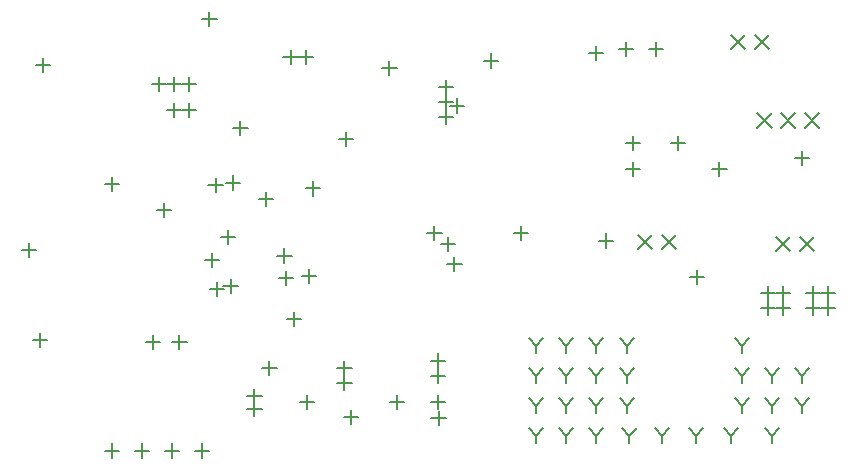
<source format=gbr>
G04 DipTrace 3.2.0.0*
G04 Science_board_v2_Plated_Through.gbr*
%MOMM*%
G04 #@! TF.FileFunction,Plated,1,2,PTH,Drill*
G04 #@! TF.Part,Single*
G04 Drill Symbols*
G04 D=0.4 - Cross*
G04 D=0.7 - X*
G04 D=0.8 - Y*
G04 D=1.1 - T*
G04 D=3 - V*
%ADD10C,0.2*%
%FSLAX35Y35*%
G04*
G71*
G90*
G75*
G01*
X6385250Y3774750D2*
D10*
X6505250Y3654750D1*
Y3774750D2*
X6385250Y3654750D1*
X6585250Y3774750D2*
X6705250Y3654750D1*
Y3774750D2*
X6585250Y3654750D1*
X5596867Y2078013D2*
X5716867Y1958013D1*
Y2078013D2*
X5596867Y1958013D1*
X5796867Y2078013D2*
X5916867Y1958013D1*
Y2078013D2*
X5796867Y1958013D1*
X6766250Y2060250D2*
X6886250Y1940250D1*
Y2060250D2*
X6766250Y1940250D1*
X6966250Y2060250D2*
X7086250Y1940250D1*
Y2060250D2*
X6966250Y1940250D1*
X6607500Y3108000D2*
X6727500Y2988000D1*
Y3108000D2*
X6607500Y2988000D1*
X6807500Y3108000D2*
X6927500Y2988000D1*
Y3108000D2*
X6807500Y2988000D1*
X7007500Y3108000D2*
X7127500Y2988000D1*
Y3108000D2*
X7007500Y2988000D1*
X5323697Y2092000D2*
Y1972000D1*
X5263697Y2032000D2*
X5383697D1*
X4603750Y2155500D2*
Y2035500D1*
X4543750Y2095500D2*
X4663750D1*
X3873500Y2155500D2*
Y2035500D1*
X3813500Y2095500D2*
X3933500D1*
X531853Y1249440D2*
Y1129440D1*
X471853Y1189440D2*
X591853D1*
X6094573Y1781613D2*
Y1661613D1*
X6034573Y1721613D2*
X6154573D1*
X1988750Y1930000D2*
Y1810000D1*
X1928750Y1870000D2*
X2048750D1*
X2020500Y2565000D2*
Y2445000D1*
X1960500Y2505000D2*
X2080500D1*
X2147500Y1707750D2*
Y1587750D1*
X2087500Y1647750D2*
X2207500D1*
X2808707Y1789840D2*
Y1669840D1*
X2748707Y1729840D2*
X2868707D1*
X1671250Y3418760D2*
Y3298760D1*
X1611250Y3358760D2*
X1731250D1*
X1798250Y3418760D2*
Y3298760D1*
X1738250Y3358760D2*
X1858250D1*
X1544250Y3418760D2*
Y3298760D1*
X1484250Y3358760D2*
X1604250D1*
X5441650Y1203000D2*
X5501650Y1143000D1*
X5561650Y1203000D1*
X5501650Y1143000D2*
Y1083000D1*
X5441650Y949000D2*
X5501650Y889000D1*
X5561650Y949000D1*
X5501650Y889000D2*
Y829000D1*
X6417000Y1203000D2*
X6477000Y1143000D1*
X6537000Y1203000D1*
X6477000Y1143000D2*
Y1083000D1*
X6417000Y949000D2*
X6477000Y889000D1*
X6537000Y949000D1*
X6477000Y889000D2*
Y829000D1*
X6417000Y695000D2*
X6477000Y635000D1*
X6537000Y695000D1*
X6477000Y635000D2*
Y575000D1*
X6321750Y441000D2*
X6381750Y381000D1*
X6441750Y441000D1*
X6381750Y381000D2*
Y321000D1*
X6028620Y441000D2*
X6088620Y381000D1*
X6148620Y441000D1*
X6088620Y381000D2*
Y321000D1*
X5742870Y441000D2*
X5802870Y381000D1*
X5862870Y441000D1*
X5802870Y381000D2*
Y321000D1*
X5464500Y441000D2*
X5524500Y381000D1*
X5584500Y441000D1*
X5524500Y381000D2*
Y321000D1*
X5178750Y441000D2*
X5238750Y381000D1*
X5298750Y441000D1*
X5238750Y381000D2*
Y321000D1*
X4924750Y441000D2*
X4984750Y381000D1*
X5044750Y441000D1*
X4984750Y381000D2*
Y321000D1*
X4924750Y695000D2*
X4984750Y635000D1*
X5044750Y695000D1*
X4984750Y635000D2*
Y575000D1*
X5178750Y695000D2*
X5238750Y635000D1*
X5298750Y695000D1*
X5238750Y635000D2*
Y575000D1*
X4924750Y949000D2*
X4984750Y889000D1*
X5044750Y949000D1*
X4984750Y889000D2*
Y829000D1*
X5178750Y949000D2*
X5238750Y889000D1*
X5298750Y949000D1*
X5238750Y889000D2*
Y829000D1*
X5178750Y1203000D2*
X5238750Y1143000D1*
X5298750Y1203000D1*
X5238750Y1143000D2*
Y1083000D1*
X4924750Y1203000D2*
X4984750Y1143000D1*
X5044750Y1203000D1*
X4984750Y1143000D2*
Y1083000D1*
X1671250Y3200000D2*
Y3080000D1*
X1611250Y3140000D2*
X1731250D1*
X1798250Y3200000D2*
Y3080000D1*
X1738250Y3140000D2*
X1858250D1*
X6987537Y2791050D2*
Y2671050D1*
X6927537Y2731050D2*
X7047537D1*
X2655500Y3644500D2*
Y3524500D1*
X2595500Y3584500D2*
X2715500D1*
X2782500Y3644500D2*
Y3524500D1*
X2722500Y3584500D2*
X2842500D1*
X5441650Y695000D2*
X5501650Y635000D1*
X5561650Y695000D1*
X5501650Y635000D2*
Y575000D1*
X4670750Y1203000D2*
X4730750Y1143000D1*
X4790750Y1203000D1*
X4730750Y1143000D2*
Y1083000D1*
X4670750Y949000D2*
X4730750Y889000D1*
X4790750Y949000D1*
X4730750Y889000D2*
Y829000D1*
X4670750Y695000D2*
X4730750Y635000D1*
X4790750Y695000D1*
X4730750Y635000D2*
Y575000D1*
X2681347Y1426263D2*
Y1306263D1*
X2621347Y1366263D2*
X2741347D1*
X2619957Y1775043D2*
Y1655043D1*
X2559957Y1715043D2*
X2679957D1*
X4670750Y441000D2*
X4730750Y381000D1*
X4790750Y441000D1*
X4730750Y381000D2*
Y321000D1*
X1968500Y3965250D2*
Y3845250D1*
X1908500Y3905250D2*
X2028500D1*
X560000Y3581000D2*
Y3461000D1*
X500000Y3521000D2*
X620000D1*
X3968750Y3139750D2*
Y3019750D1*
X3908750Y3079750D2*
X4028750D1*
X3968750Y3266750D2*
Y3146750D1*
X3908750Y3206750D2*
X4028750D1*
X3968750Y3393750D2*
Y3273750D1*
X3908750Y3333750D2*
X4028750D1*
X4064000Y3235000D2*
Y3115000D1*
X4004000Y3175000D2*
X4124000D1*
X2349500Y663250D2*
Y543250D1*
X2289500Y603250D2*
X2409500D1*
X2349500Y773984D2*
Y653984D1*
X2289500Y713984D2*
X2409500D1*
X2846000Y2533250D2*
Y2413250D1*
X2786000Y2473250D2*
X2906000D1*
X3122793Y2953267D2*
Y2833267D1*
X3062793Y2893267D2*
X3182793D1*
X5746750Y3711250D2*
Y3591250D1*
X5686750Y3651250D2*
X5806750D1*
X5492750Y3711250D2*
Y3591250D1*
X5432750Y3651250D2*
X5552750D1*
X5556250Y2695250D2*
Y2575250D1*
X5496250Y2635250D2*
X5616250D1*
X6286500Y2695250D2*
Y2575250D1*
X6226500Y2635250D2*
X6346500D1*
X1143000Y2568250D2*
Y2448250D1*
X1083000Y2508250D2*
X1203000D1*
X2166113Y2583013D2*
Y2463013D1*
X2106113Y2523013D2*
X2226113D1*
X2603500Y1965000D2*
Y1845000D1*
X2543500Y1905000D2*
X2663500D1*
X2127250Y2123750D2*
Y2003750D1*
X2067250Y2063750D2*
X2187250D1*
X2444750Y2441250D2*
Y2321250D1*
X2384750Y2381250D2*
X2504750D1*
X2032000Y1679250D2*
Y1559250D1*
X1972000Y1619250D2*
X2092000D1*
X3492500Y3552500D2*
Y3432500D1*
X3432500Y3492500D2*
X3552500D1*
X4349750Y3616000D2*
Y3496000D1*
X4289750Y3556000D2*
X4409750D1*
X5238750Y3679500D2*
Y3559500D1*
X5178750Y3619500D2*
X5298750D1*
X5937250Y2917500D2*
Y2797500D1*
X5877250Y2857500D2*
X5997250D1*
X5556250Y2917500D2*
Y2797500D1*
X5496250Y2857500D2*
X5616250D1*
X6826250Y1520500D2*
Y1400500D1*
X6766250Y1460500D2*
X6886250D1*
X6826250Y1647500D2*
Y1527500D1*
X6766250Y1587500D2*
X6886250D1*
X7080250Y1647500D2*
Y1527500D1*
X7020250Y1587500D2*
X7140250D1*
X7080250Y1520500D2*
Y1400500D1*
X7020250Y1460500D2*
X7140250D1*
X6699250Y1647500D2*
Y1527500D1*
X6639250Y1587500D2*
X6759250D1*
X6699250Y1520500D2*
Y1400500D1*
X6639250Y1460500D2*
X6759250D1*
X7207250Y1647500D2*
Y1527500D1*
X7147250Y1587500D2*
X7267250D1*
X7207250Y1520500D2*
Y1400500D1*
X7147250Y1460500D2*
X7267250D1*
X3164027Y595227D2*
Y475227D1*
X3104027Y535227D2*
X3224027D1*
X3908267Y590563D2*
Y470563D1*
X3848267Y530563D2*
X3968267D1*
X1905000Y314000D2*
Y194000D1*
X1845000Y254000D2*
X1965000D1*
X1651000Y314000D2*
Y194000D1*
X1591000Y254000D2*
X1711000D1*
X1397000Y314000D2*
Y194000D1*
X1337000Y254000D2*
X1457000D1*
X1143000Y314000D2*
Y194000D1*
X1083000Y254000D2*
X1203000D1*
X1492250Y1234750D2*
Y1114750D1*
X1432250Y1174750D2*
X1552250D1*
X1714500Y1234750D2*
Y1114750D1*
X1654500Y1174750D2*
X1774500D1*
X438200Y2012253D2*
Y1892253D1*
X378200Y1952253D2*
X498200D1*
X1583803Y2347563D2*
Y2227563D1*
X1523803Y2287563D2*
X1643803D1*
X2230967Y3041310D2*
Y2921310D1*
X2170967Y2981310D2*
X2290967D1*
X3905250Y1076000D2*
Y956000D1*
X3845250Y1016000D2*
X3965250D1*
X3905250Y949000D2*
Y829000D1*
X3845250Y889000D2*
X3965250D1*
X3111500Y1012500D2*
Y892500D1*
X3051500Y952500D2*
X3171500D1*
X3111500Y885500D2*
Y765500D1*
X3051500Y825500D2*
X3171500D1*
X2794000Y726750D2*
Y606750D1*
X2734000Y666750D2*
X2854000D1*
X3556000Y726750D2*
Y606750D1*
X3496000Y666750D2*
X3616000D1*
X3905250Y726750D2*
Y606750D1*
X3845250Y666750D2*
X3965250D1*
X6671000Y949000D2*
X6731000Y889000D1*
X6791000Y949000D1*
X6731000Y889000D2*
Y829000D1*
X6671000Y695000D2*
X6731000Y635000D1*
X6791000Y695000D1*
X6731000Y635000D2*
Y575000D1*
X6671000Y441000D2*
X6731000Y381000D1*
X6791000Y441000D1*
X6731000Y381000D2*
Y321000D1*
X6925000Y949000D2*
X6985000Y889000D1*
X7045000Y949000D1*
X6985000Y889000D2*
Y829000D1*
X6925000Y695000D2*
X6985000Y635000D1*
X7045000Y695000D1*
X6985000Y635000D2*
Y575000D1*
X4043287Y1891343D2*
Y1771343D1*
X3983287Y1831343D2*
X4103287D1*
X2476500Y1012500D2*
Y892500D1*
X2416500Y952500D2*
X2536500D1*
X3987030Y2061789D2*
Y1941789D1*
X3927030Y2001789D2*
X4047030D1*
M02*

</source>
